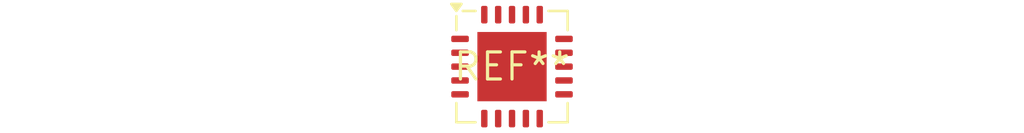
<source format=kicad_pcb>
(kicad_pcb (version 20240108) (generator pcbnew)
  (layers (0 "F.Cu" signal) (31 "B.Cu" signal) (34 "B.Paste" user) (35 "F.Paste" user) (36 "B.SilkS" user "B.Silkscreen") (37 "F.SilkS" user "F.Silkscreen") (38 "B.Mask" user) (39 "F.Mask" user) (44 "Edge.Cuts" user))
  (net 0 "")
  (footprint "TQFN-20-1EP_5x5mm_P0.65mm_EP3.25x3.25mm" (layer "F.Cu") (at 0 0)
    (property "Reference" "REF**")
    (property "Value" "TQFN-20-1EP_5x5mm_P0.65mm_EP3.25x3.25mm")
    (fp_line (start -2.61 -1.71) (end -2.61 -2.37) (layer "F.SilkS") (stroke (width 0.12)))
    (fp_line (start -2.61 2.61) (end -2.61 1.71) (layer "F.SilkS") (stroke (width 0.12)))
    (fp_line (start -1.71 -2.61) (end -2.31 -2.61) (layer "F.SilkS") (stroke (width 0.12)))
    (fp_line (start -1.71 2.61) (end -2.61 2.61) (layer "F.SilkS") (stroke (width 0.12)))
    (fp_line (start 1.71 -2.61) (end 2.61 -2.61) (layer "F.SilkS") (stroke (width 0.12)))
    (fp_line (start 1.71 2.61) (end 2.61 2.61) (layer "F.SilkS") (stroke (width 0.12)))
    (fp_line (start 2.61 -2.61) (end 2.61 -1.71) (layer "F.SilkS") (stroke (width 0.12)))
    (fp_line (start 2.61 2.61) (end 2.61 1.71) (layer "F.SilkS") (stroke (width 0.12)))
    (fp_poly (pts (xy -2.61 -2.61) (xy -2.85 -2.94) (xy -2.37 -2.94) (xy -2.61 -2.61)) (layer "F.SilkS") (stroke (width 0.12)) (fill solid))
    (pad "1" smd roundrect (at -2.4375 -1.3) (size 0.825 0.3) (layers "F.Cu" "F.Paste" "F.Mask"))
    (pad "2" smd roundrect (at -2.4375 -0.65) (size 0.825 0.3) (layers "F.Cu" "F.Paste" "F.Mask"))
    (pad "3" smd roundrect (at -2.4375 0) (size 0.825 0.3) (layers "F.Cu" "F.Paste" "F.Mask"))
    (pad "4" smd roundrect (at -2.4375 0.65) (size 0.825 0.3) (layers "F.Cu" "F.Paste" "F.Mask"))
    (pad "5" smd roundrect (at -2.4375 1.3) (size 0.825 0.3) (layers "F.Cu" "F.Paste" "F.Mask"))
    (pad "6" smd roundrect (at -1.3 2.4375) (size 0.3 0.825) (layers "F.Cu" "F.Paste" "F.Mask"))
    (pad "7" smd roundrect (at -0.65 2.4375) (size 0.3 0.825) (layers "F.Cu" "F.Paste" "F.Mask"))
    (pad "8" smd roundrect (at 0 2.4375) (size 0.3 0.825) (layers "F.Cu" "F.Paste" "F.Mask"))
    (pad "9" smd roundrect (at 0.65 2.4375) (size 0.3 0.825) (layers "F.Cu" "F.Paste" "F.Mask"))
    (pad "10" smd roundrect (at 1.3 2.4375) (size 0.3 0.825) (layers "F.Cu" "F.Paste" "F.Mask"))
    (pad "11" smd roundrect (at 2.4375 1.3) (size 0.825 0.3) (layers "F.Cu" "F.Paste" "F.Mask"))
    (pad "12" smd roundrect (at 2.4375 0.65) (size 0.825 0.3) (layers "F.Cu" "F.Paste" "F.Mask"))
    (pad "13" smd roundrect (at 2.4375 0) (size 0.825 0.3) (layers "F.Cu" "F.Paste" "F.Mask"))
    (pad "14" smd roundrect (at 2.4375 -0.65) (size 0.825 0.3) (layers "F.Cu" "F.Paste" "F.Mask"))
    (pad "15" smd roundrect (at 2.4375 -1.3) (size 0.825 0.3) (layers "F.Cu" "F.Paste" "F.Mask"))
    (pad "16" smd roundrect (at 1.3 -2.4375) (size 0.3 0.825) (layers "F.Cu" "F.Paste" "F.Mask"))
    (pad "17" smd roundrect (at 0.65 -2.4375) (size 0.3 0.825) (layers "F.Cu" "F.Paste" "F.Mask"))
    (pad "18" smd roundrect (at 0 -2.4375) (size 0.3 0.825) (layers "F.Cu" "F.Paste" "F.Mask"))
    (pad "19" smd roundrect (at -0.65 -2.4375) (size 0.3 0.825) (layers "F.Cu" "F.Paste" "F.Mask"))
    (pad "20" smd roundrect (at -1.3 -2.4375) (size 0.3 0.825) (layers "F.Cu" "F.Paste" "F.Mask"))
    (pad "21" smd rect (at 0 0) (size 3.25 3.25) (property pad_prop_heatsink) (layers "F.Cu" "F.Mask"))
  )
)
</source>
